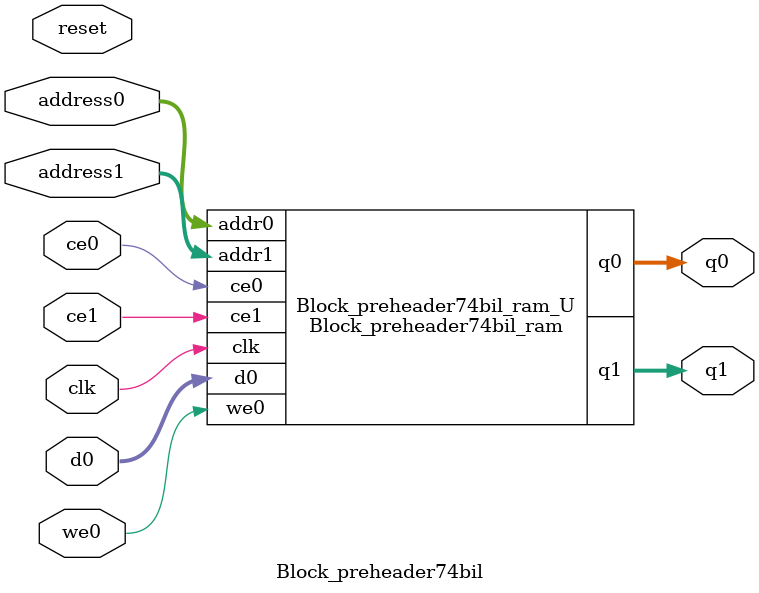
<source format=v>
`timescale 1 ns / 1 ps
module Block_preheader74bil_ram (addr0, ce0, d0, we0, q0, addr1, ce1, q1,  clk);

parameter DWIDTH = 5;
parameter AWIDTH = 7;
parameter MEM_SIZE = 96;

input[AWIDTH-1:0] addr0;
input ce0;
input[DWIDTH-1:0] d0;
input we0;
output reg[DWIDTH-1:0] q0;
input[AWIDTH-1:0] addr1;
input ce1;
output reg[DWIDTH-1:0] q1;
input clk;

(* ram_style = "distributed" *)reg [DWIDTH-1:0] ram[0:MEM_SIZE-1];




always @(posedge clk)  
begin 
    if (ce0) begin
        if (we0) 
            ram[addr0] <= d0; 
        q0 <= ram[addr0];
    end
end


always @(posedge clk)  
begin 
    if (ce1) begin
        q1 <= ram[addr1];
    end
end


endmodule

`timescale 1 ns / 1 ps
module Block_preheader74bil(
    reset,
    clk,
    address0,
    ce0,
    we0,
    d0,
    q0,
    address1,
    ce1,
    q1);

parameter DataWidth = 32'd5;
parameter AddressRange = 32'd96;
parameter AddressWidth = 32'd7;
input reset;
input clk;
input[AddressWidth - 1:0] address0;
input ce0;
input we0;
input[DataWidth - 1:0] d0;
output[DataWidth - 1:0] q0;
input[AddressWidth - 1:0] address1;
input ce1;
output[DataWidth - 1:0] q1;



Block_preheader74bil_ram Block_preheader74bil_ram_U(
    .clk( clk ),
    .addr0( address0 ),
    .ce0( ce0 ),
    .we0( we0 ),
    .d0( d0 ),
    .q0( q0 ),
    .addr1( address1 ),
    .ce1( ce1 ),
    .q1( q1 ));

endmodule


</source>
